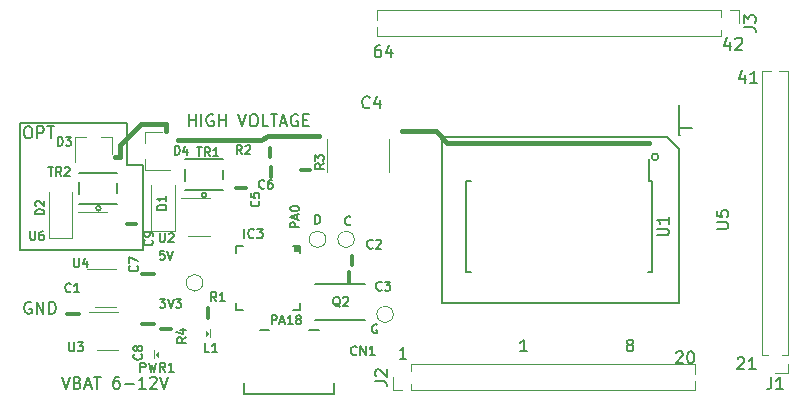
<source format=gbr>
G04 #@! TF.GenerationSoftware,KiCad,Pcbnew,9.0.1*
G04 #@! TF.CreationDate,2025-08-14T12:18:44-07:00*
G04 #@! TF.ProjectId,EL_PSU,454c5f50-5355-42e6-9b69-6361645f7063,rev?*
G04 #@! TF.SameCoordinates,Original*
G04 #@! TF.FileFunction,Legend,Top*
G04 #@! TF.FilePolarity,Positive*
%FSLAX46Y46*%
G04 Gerber Fmt 4.6, Leading zero omitted, Abs format (unit mm)*
G04 Created by KiCad (PCBNEW 9.0.1) date 2025-08-14 12:18:44*
%MOMM*%
%LPD*%
G01*
G04 APERTURE LIST*
%ADD10C,0.200000*%
%ADD11C,0.400000*%
%ADD12C,0.150000*%
%ADD13C,0.138988*%
%ADD14C,0.304800*%
%ADD15C,0.127000*%
%ADD16C,0.203200*%
%ADD17C,0.000000*%
%ADD18C,0.120000*%
G04 APERTURE END LIST*
D10*
X175416981Y-86487000D02*
G75*
G02*
X174849019Y-86487000I-283981J0D01*
G01*
X174849019Y-86487000D02*
G75*
G02*
X175416981Y-86487000I283981J0D01*
G01*
X130400000Y-83600000D02*
X130400000Y-87200000D01*
D11*
X131572000Y-83693000D02*
X129794000Y-85471000D01*
D10*
X121400000Y-83600000D02*
X130400000Y-83600000D01*
X131800000Y-94400000D02*
X121400000Y-94400000D01*
D11*
X129794000Y-86487000D02*
X129413000Y-86487000D01*
X133731000Y-84328000D02*
X133731000Y-83693000D01*
D10*
X130400000Y-87200000D02*
X131800000Y-87200000D01*
D11*
X129794000Y-85471000D02*
X129794000Y-86487000D01*
X133731000Y-83693000D02*
X131572000Y-83693000D01*
D10*
X131800000Y-87200000D02*
X131800000Y-94400000D01*
D11*
X157513000Y-85329000D02*
X156591000Y-84328000D01*
D10*
X121400000Y-94400000D02*
X121400000Y-83600000D01*
D11*
X141732000Y-85090000D02*
X134747000Y-85090000D01*
X146685000Y-84709000D02*
X142367000Y-84709000D01*
X142367000Y-84709000D02*
X141732000Y-85090000D01*
X174625000Y-85344000D02*
X157607000Y-85344000D01*
X156591000Y-84328000D02*
X153670000Y-84328000D01*
D12*
X182118095Y-103563057D02*
X182165714Y-103515438D01*
X182165714Y-103515438D02*
X182260952Y-103467819D01*
X182260952Y-103467819D02*
X182499047Y-103467819D01*
X182499047Y-103467819D02*
X182594285Y-103515438D01*
X182594285Y-103515438D02*
X182641904Y-103563057D01*
X182641904Y-103563057D02*
X182689523Y-103658295D01*
X182689523Y-103658295D02*
X182689523Y-103753533D01*
X182689523Y-103753533D02*
X182641904Y-103896390D01*
X182641904Y-103896390D02*
X182070476Y-104467819D01*
X182070476Y-104467819D02*
X182689523Y-104467819D01*
X183641904Y-104467819D02*
X183070476Y-104467819D01*
X183356190Y-104467819D02*
X183356190Y-103467819D01*
X183356190Y-103467819D02*
X183260952Y-103610676D01*
X183260952Y-103610676D02*
X183165714Y-103705914D01*
X183165714Y-103705914D02*
X183070476Y-103753533D01*
X182721285Y-79544152D02*
X182721285Y-80210819D01*
X182483190Y-79163200D02*
X182245095Y-79877485D01*
X182245095Y-79877485D02*
X182864142Y-79877485D01*
X183768904Y-80210819D02*
X183197476Y-80210819D01*
X183483190Y-80210819D02*
X183483190Y-79210819D01*
X183483190Y-79210819D02*
X183387952Y-79353676D01*
X183387952Y-79353676D02*
X183292714Y-79448914D01*
X183292714Y-79448914D02*
X183197476Y-79496533D01*
X151860285Y-77051819D02*
X151669809Y-77051819D01*
X151669809Y-77051819D02*
X151574571Y-77099438D01*
X151574571Y-77099438D02*
X151526952Y-77147057D01*
X151526952Y-77147057D02*
X151431714Y-77289914D01*
X151431714Y-77289914D02*
X151384095Y-77480390D01*
X151384095Y-77480390D02*
X151384095Y-77861342D01*
X151384095Y-77861342D02*
X151431714Y-77956580D01*
X151431714Y-77956580D02*
X151479333Y-78004200D01*
X151479333Y-78004200D02*
X151574571Y-78051819D01*
X151574571Y-78051819D02*
X151765047Y-78051819D01*
X151765047Y-78051819D02*
X151860285Y-78004200D01*
X151860285Y-78004200D02*
X151907904Y-77956580D01*
X151907904Y-77956580D02*
X151955523Y-77861342D01*
X151955523Y-77861342D02*
X151955523Y-77623247D01*
X151955523Y-77623247D02*
X151907904Y-77528009D01*
X151907904Y-77528009D02*
X151860285Y-77480390D01*
X151860285Y-77480390D02*
X151765047Y-77432771D01*
X151765047Y-77432771D02*
X151574571Y-77432771D01*
X151574571Y-77432771D02*
X151479333Y-77480390D01*
X151479333Y-77480390D02*
X151431714Y-77528009D01*
X151431714Y-77528009D02*
X151384095Y-77623247D01*
X152812666Y-77385152D02*
X152812666Y-78051819D01*
X152574571Y-77004200D02*
X152336476Y-77718485D01*
X152336476Y-77718485D02*
X152955523Y-77718485D01*
X146361571Y-92160164D02*
X146361571Y-91410164D01*
X146361571Y-91410164D02*
X146540142Y-91410164D01*
X146540142Y-91410164D02*
X146647285Y-91445878D01*
X146647285Y-91445878D02*
X146718714Y-91517307D01*
X146718714Y-91517307D02*
X146754428Y-91588735D01*
X146754428Y-91588735D02*
X146790142Y-91731592D01*
X146790142Y-91731592D02*
X146790142Y-91838735D01*
X146790142Y-91838735D02*
X146754428Y-91981592D01*
X146754428Y-91981592D02*
X146718714Y-92053021D01*
X146718714Y-92053021D02*
X146647285Y-92124450D01*
X146647285Y-92124450D02*
X146540142Y-92160164D01*
X146540142Y-92160164D02*
X146361571Y-92160164D01*
X151580428Y-100716878D02*
X151509000Y-100681164D01*
X151509000Y-100681164D02*
X151401857Y-100681164D01*
X151401857Y-100681164D02*
X151294714Y-100716878D01*
X151294714Y-100716878D02*
X151223285Y-100788307D01*
X151223285Y-100788307D02*
X151187571Y-100859735D01*
X151187571Y-100859735D02*
X151151857Y-101002592D01*
X151151857Y-101002592D02*
X151151857Y-101109735D01*
X151151857Y-101109735D02*
X151187571Y-101252592D01*
X151187571Y-101252592D02*
X151223285Y-101324021D01*
X151223285Y-101324021D02*
X151294714Y-101395450D01*
X151294714Y-101395450D02*
X151401857Y-101431164D01*
X151401857Y-101431164D02*
X151473285Y-101431164D01*
X151473285Y-101431164D02*
X151580428Y-101395450D01*
X151580428Y-101395450D02*
X151616142Y-101359735D01*
X151616142Y-101359735D02*
X151616142Y-101109735D01*
X151616142Y-101109735D02*
X151473285Y-101109735D01*
X144992164Y-92441999D02*
X144242164Y-92441999D01*
X144242164Y-92441999D02*
X144242164Y-92156285D01*
X144242164Y-92156285D02*
X144277878Y-92084856D01*
X144277878Y-92084856D02*
X144313592Y-92049142D01*
X144313592Y-92049142D02*
X144385021Y-92013428D01*
X144385021Y-92013428D02*
X144492164Y-92013428D01*
X144492164Y-92013428D02*
X144563592Y-92049142D01*
X144563592Y-92049142D02*
X144599307Y-92084856D01*
X144599307Y-92084856D02*
X144635021Y-92156285D01*
X144635021Y-92156285D02*
X144635021Y-92441999D01*
X144777878Y-91727713D02*
X144777878Y-91370571D01*
X144992164Y-91799142D02*
X144242164Y-91549142D01*
X144242164Y-91549142D02*
X144992164Y-91299142D01*
X144242164Y-90906285D02*
X144242164Y-90834856D01*
X144242164Y-90834856D02*
X144277878Y-90763428D01*
X144277878Y-90763428D02*
X144313592Y-90727714D01*
X144313592Y-90727714D02*
X144385021Y-90691999D01*
X144385021Y-90691999D02*
X144527878Y-90656285D01*
X144527878Y-90656285D02*
X144706450Y-90656285D01*
X144706450Y-90656285D02*
X144849307Y-90691999D01*
X144849307Y-90691999D02*
X144920735Y-90727714D01*
X144920735Y-90727714D02*
X144956450Y-90763428D01*
X144956450Y-90763428D02*
X144992164Y-90834856D01*
X144992164Y-90834856D02*
X144992164Y-90906285D01*
X144992164Y-90906285D02*
X144956450Y-90977714D01*
X144956450Y-90977714D02*
X144920735Y-91013428D01*
X144920735Y-91013428D02*
X144849307Y-91049142D01*
X144849307Y-91049142D02*
X144706450Y-91084856D01*
X144706450Y-91084856D02*
X144527878Y-91084856D01*
X144527878Y-91084856D02*
X144385021Y-91049142D01*
X144385021Y-91049142D02*
X144313592Y-91013428D01*
X144313592Y-91013428D02*
X144277878Y-90977714D01*
X144277878Y-90977714D02*
X144242164Y-90906285D01*
X135668381Y-83893819D02*
X135668381Y-82893819D01*
X135668381Y-83370009D02*
X136239809Y-83370009D01*
X136239809Y-83893819D02*
X136239809Y-82893819D01*
X136716000Y-83893819D02*
X136716000Y-82893819D01*
X137715999Y-82941438D02*
X137620761Y-82893819D01*
X137620761Y-82893819D02*
X137477904Y-82893819D01*
X137477904Y-82893819D02*
X137335047Y-82941438D01*
X137335047Y-82941438D02*
X137239809Y-83036676D01*
X137239809Y-83036676D02*
X137192190Y-83131914D01*
X137192190Y-83131914D02*
X137144571Y-83322390D01*
X137144571Y-83322390D02*
X137144571Y-83465247D01*
X137144571Y-83465247D02*
X137192190Y-83655723D01*
X137192190Y-83655723D02*
X137239809Y-83750961D01*
X137239809Y-83750961D02*
X137335047Y-83846200D01*
X137335047Y-83846200D02*
X137477904Y-83893819D01*
X137477904Y-83893819D02*
X137573142Y-83893819D01*
X137573142Y-83893819D02*
X137715999Y-83846200D01*
X137715999Y-83846200D02*
X137763618Y-83798580D01*
X137763618Y-83798580D02*
X137763618Y-83465247D01*
X137763618Y-83465247D02*
X137573142Y-83465247D01*
X138192190Y-83893819D02*
X138192190Y-82893819D01*
X138192190Y-83370009D02*
X138763618Y-83370009D01*
X138763618Y-83893819D02*
X138763618Y-82893819D01*
X139858857Y-82893819D02*
X140192190Y-83893819D01*
X140192190Y-83893819D02*
X140525523Y-82893819D01*
X141049333Y-82893819D02*
X141239809Y-82893819D01*
X141239809Y-82893819D02*
X141335047Y-82941438D01*
X141335047Y-82941438D02*
X141430285Y-83036676D01*
X141430285Y-83036676D02*
X141477904Y-83227152D01*
X141477904Y-83227152D02*
X141477904Y-83560485D01*
X141477904Y-83560485D02*
X141430285Y-83750961D01*
X141430285Y-83750961D02*
X141335047Y-83846200D01*
X141335047Y-83846200D02*
X141239809Y-83893819D01*
X141239809Y-83893819D02*
X141049333Y-83893819D01*
X141049333Y-83893819D02*
X140954095Y-83846200D01*
X140954095Y-83846200D02*
X140858857Y-83750961D01*
X140858857Y-83750961D02*
X140811238Y-83560485D01*
X140811238Y-83560485D02*
X140811238Y-83227152D01*
X140811238Y-83227152D02*
X140858857Y-83036676D01*
X140858857Y-83036676D02*
X140954095Y-82941438D01*
X140954095Y-82941438D02*
X141049333Y-82893819D01*
X142382666Y-83893819D02*
X141906476Y-83893819D01*
X141906476Y-83893819D02*
X141906476Y-82893819D01*
X142573143Y-82893819D02*
X143144571Y-82893819D01*
X142858857Y-83893819D02*
X142858857Y-82893819D01*
X143430286Y-83608104D02*
X143906476Y-83608104D01*
X143335048Y-83893819D02*
X143668381Y-82893819D01*
X143668381Y-82893819D02*
X144001714Y-83893819D01*
X144858857Y-82941438D02*
X144763619Y-82893819D01*
X144763619Y-82893819D02*
X144620762Y-82893819D01*
X144620762Y-82893819D02*
X144477905Y-82941438D01*
X144477905Y-82941438D02*
X144382667Y-83036676D01*
X144382667Y-83036676D02*
X144335048Y-83131914D01*
X144335048Y-83131914D02*
X144287429Y-83322390D01*
X144287429Y-83322390D02*
X144287429Y-83465247D01*
X144287429Y-83465247D02*
X144335048Y-83655723D01*
X144335048Y-83655723D02*
X144382667Y-83750961D01*
X144382667Y-83750961D02*
X144477905Y-83846200D01*
X144477905Y-83846200D02*
X144620762Y-83893819D01*
X144620762Y-83893819D02*
X144716000Y-83893819D01*
X144716000Y-83893819D02*
X144858857Y-83846200D01*
X144858857Y-83846200D02*
X144906476Y-83798580D01*
X144906476Y-83798580D02*
X144906476Y-83465247D01*
X144906476Y-83465247D02*
X144716000Y-83465247D01*
X145335048Y-83370009D02*
X145668381Y-83370009D01*
X145811238Y-83893819D02*
X145335048Y-83893819D01*
X145335048Y-83893819D02*
X145335048Y-82893819D01*
X145335048Y-82893819D02*
X145811238Y-82893819D01*
X154082714Y-103578819D02*
X153511286Y-103578819D01*
X153797000Y-103578819D02*
X153797000Y-102578819D01*
X153797000Y-102578819D02*
X153701762Y-102721676D01*
X153701762Y-102721676D02*
X153606524Y-102816914D01*
X153606524Y-102816914D02*
X153511286Y-102864533D01*
X133183428Y-98522164D02*
X133647714Y-98522164D01*
X133647714Y-98522164D02*
X133397714Y-98807878D01*
X133397714Y-98807878D02*
X133504857Y-98807878D01*
X133504857Y-98807878D02*
X133576286Y-98843592D01*
X133576286Y-98843592D02*
X133612000Y-98879307D01*
X133612000Y-98879307D02*
X133647714Y-98950735D01*
X133647714Y-98950735D02*
X133647714Y-99129307D01*
X133647714Y-99129307D02*
X133612000Y-99200735D01*
X133612000Y-99200735D02*
X133576286Y-99236450D01*
X133576286Y-99236450D02*
X133504857Y-99272164D01*
X133504857Y-99272164D02*
X133290571Y-99272164D01*
X133290571Y-99272164D02*
X133219143Y-99236450D01*
X133219143Y-99236450D02*
X133183428Y-99200735D01*
X133862000Y-98522164D02*
X134112000Y-99272164D01*
X134112000Y-99272164D02*
X134362000Y-98522164D01*
X134540571Y-98522164D02*
X135004857Y-98522164D01*
X135004857Y-98522164D02*
X134754857Y-98807878D01*
X134754857Y-98807878D02*
X134862000Y-98807878D01*
X134862000Y-98807878D02*
X134933429Y-98843592D01*
X134933429Y-98843592D02*
X134969143Y-98879307D01*
X134969143Y-98879307D02*
X135004857Y-98950735D01*
X135004857Y-98950735D02*
X135004857Y-99129307D01*
X135004857Y-99129307D02*
X134969143Y-99200735D01*
X134969143Y-99200735D02*
X134933429Y-99236450D01*
X134933429Y-99236450D02*
X134862000Y-99272164D01*
X134862000Y-99272164D02*
X134647714Y-99272164D01*
X134647714Y-99272164D02*
X134576286Y-99236450D01*
X134576286Y-99236450D02*
X134540571Y-99200735D01*
X149330142Y-92215735D02*
X149294428Y-92251450D01*
X149294428Y-92251450D02*
X149187285Y-92287164D01*
X149187285Y-92287164D02*
X149115857Y-92287164D01*
X149115857Y-92287164D02*
X149008714Y-92251450D01*
X149008714Y-92251450D02*
X148937285Y-92180021D01*
X148937285Y-92180021D02*
X148901571Y-92108592D01*
X148901571Y-92108592D02*
X148865857Y-91965735D01*
X148865857Y-91965735D02*
X148865857Y-91858592D01*
X148865857Y-91858592D02*
X148901571Y-91715735D01*
X148901571Y-91715735D02*
X148937285Y-91644307D01*
X148937285Y-91644307D02*
X149008714Y-91572878D01*
X149008714Y-91572878D02*
X149115857Y-91537164D01*
X149115857Y-91537164D02*
X149187285Y-91537164D01*
X149187285Y-91537164D02*
X149294428Y-91572878D01*
X149294428Y-91572878D02*
X149330142Y-91608592D01*
X142658857Y-100669164D02*
X142658857Y-99919164D01*
X142658857Y-99919164D02*
X142944571Y-99919164D01*
X142944571Y-99919164D02*
X143016000Y-99954878D01*
X143016000Y-99954878D02*
X143051714Y-99990592D01*
X143051714Y-99990592D02*
X143087428Y-100062021D01*
X143087428Y-100062021D02*
X143087428Y-100169164D01*
X143087428Y-100169164D02*
X143051714Y-100240592D01*
X143051714Y-100240592D02*
X143016000Y-100276307D01*
X143016000Y-100276307D02*
X142944571Y-100312021D01*
X142944571Y-100312021D02*
X142658857Y-100312021D01*
X143373143Y-100454878D02*
X143730286Y-100454878D01*
X143301714Y-100669164D02*
X143551714Y-99919164D01*
X143551714Y-99919164D02*
X143801714Y-100669164D01*
X144444571Y-100669164D02*
X144016000Y-100669164D01*
X144230285Y-100669164D02*
X144230285Y-99919164D01*
X144230285Y-99919164D02*
X144158857Y-100026307D01*
X144158857Y-100026307D02*
X144087428Y-100097735D01*
X144087428Y-100097735D02*
X144016000Y-100133450D01*
X144873143Y-100240592D02*
X144801714Y-100204878D01*
X144801714Y-100204878D02*
X144766000Y-100169164D01*
X144766000Y-100169164D02*
X144730286Y-100097735D01*
X144730286Y-100097735D02*
X144730286Y-100062021D01*
X144730286Y-100062021D02*
X144766000Y-99990592D01*
X144766000Y-99990592D02*
X144801714Y-99954878D01*
X144801714Y-99954878D02*
X144873143Y-99919164D01*
X144873143Y-99919164D02*
X145016000Y-99919164D01*
X145016000Y-99919164D02*
X145087429Y-99954878D01*
X145087429Y-99954878D02*
X145123143Y-99990592D01*
X145123143Y-99990592D02*
X145158857Y-100062021D01*
X145158857Y-100062021D02*
X145158857Y-100097735D01*
X145158857Y-100097735D02*
X145123143Y-100169164D01*
X145123143Y-100169164D02*
X145087429Y-100204878D01*
X145087429Y-100204878D02*
X145016000Y-100240592D01*
X145016000Y-100240592D02*
X144873143Y-100240592D01*
X144873143Y-100240592D02*
X144801714Y-100276307D01*
X144801714Y-100276307D02*
X144766000Y-100312021D01*
X144766000Y-100312021D02*
X144730286Y-100383450D01*
X144730286Y-100383450D02*
X144730286Y-100526307D01*
X144730286Y-100526307D02*
X144766000Y-100597735D01*
X144766000Y-100597735D02*
X144801714Y-100633450D01*
X144801714Y-100633450D02*
X144873143Y-100669164D01*
X144873143Y-100669164D02*
X145016000Y-100669164D01*
X145016000Y-100669164D02*
X145087429Y-100633450D01*
X145087429Y-100633450D02*
X145123143Y-100597735D01*
X145123143Y-100597735D02*
X145158857Y-100526307D01*
X145158857Y-100526307D02*
X145158857Y-100383450D01*
X145158857Y-100383450D02*
X145123143Y-100312021D01*
X145123143Y-100312021D02*
X145087429Y-100276307D01*
X145087429Y-100276307D02*
X145016000Y-100240592D01*
X124913000Y-105118819D02*
X125246333Y-106118819D01*
X125246333Y-106118819D02*
X125579666Y-105118819D01*
X126246333Y-105595009D02*
X126389190Y-105642628D01*
X126389190Y-105642628D02*
X126436809Y-105690247D01*
X126436809Y-105690247D02*
X126484428Y-105785485D01*
X126484428Y-105785485D02*
X126484428Y-105928342D01*
X126484428Y-105928342D02*
X126436809Y-106023580D01*
X126436809Y-106023580D02*
X126389190Y-106071200D01*
X126389190Y-106071200D02*
X126293952Y-106118819D01*
X126293952Y-106118819D02*
X125913000Y-106118819D01*
X125913000Y-106118819D02*
X125913000Y-105118819D01*
X125913000Y-105118819D02*
X126246333Y-105118819D01*
X126246333Y-105118819D02*
X126341571Y-105166438D01*
X126341571Y-105166438D02*
X126389190Y-105214057D01*
X126389190Y-105214057D02*
X126436809Y-105309295D01*
X126436809Y-105309295D02*
X126436809Y-105404533D01*
X126436809Y-105404533D02*
X126389190Y-105499771D01*
X126389190Y-105499771D02*
X126341571Y-105547390D01*
X126341571Y-105547390D02*
X126246333Y-105595009D01*
X126246333Y-105595009D02*
X125913000Y-105595009D01*
X126865381Y-105833104D02*
X127341571Y-105833104D01*
X126770143Y-106118819D02*
X127103476Y-105118819D01*
X127103476Y-105118819D02*
X127436809Y-106118819D01*
X127627286Y-105118819D02*
X128198714Y-105118819D01*
X127913000Y-106118819D02*
X127913000Y-105118819D01*
X129722524Y-105118819D02*
X129532048Y-105118819D01*
X129532048Y-105118819D02*
X129436810Y-105166438D01*
X129436810Y-105166438D02*
X129389191Y-105214057D01*
X129389191Y-105214057D02*
X129293953Y-105356914D01*
X129293953Y-105356914D02*
X129246334Y-105547390D01*
X129246334Y-105547390D02*
X129246334Y-105928342D01*
X129246334Y-105928342D02*
X129293953Y-106023580D01*
X129293953Y-106023580D02*
X129341572Y-106071200D01*
X129341572Y-106071200D02*
X129436810Y-106118819D01*
X129436810Y-106118819D02*
X129627286Y-106118819D01*
X129627286Y-106118819D02*
X129722524Y-106071200D01*
X129722524Y-106071200D02*
X129770143Y-106023580D01*
X129770143Y-106023580D02*
X129817762Y-105928342D01*
X129817762Y-105928342D02*
X129817762Y-105690247D01*
X129817762Y-105690247D02*
X129770143Y-105595009D01*
X129770143Y-105595009D02*
X129722524Y-105547390D01*
X129722524Y-105547390D02*
X129627286Y-105499771D01*
X129627286Y-105499771D02*
X129436810Y-105499771D01*
X129436810Y-105499771D02*
X129341572Y-105547390D01*
X129341572Y-105547390D02*
X129293953Y-105595009D01*
X129293953Y-105595009D02*
X129246334Y-105690247D01*
X130246334Y-105737866D02*
X131008239Y-105737866D01*
X132008238Y-106118819D02*
X131436810Y-106118819D01*
X131722524Y-106118819D02*
X131722524Y-105118819D01*
X131722524Y-105118819D02*
X131627286Y-105261676D01*
X131627286Y-105261676D02*
X131532048Y-105356914D01*
X131532048Y-105356914D02*
X131436810Y-105404533D01*
X132389191Y-105214057D02*
X132436810Y-105166438D01*
X132436810Y-105166438D02*
X132532048Y-105118819D01*
X132532048Y-105118819D02*
X132770143Y-105118819D01*
X132770143Y-105118819D02*
X132865381Y-105166438D01*
X132865381Y-105166438D02*
X132913000Y-105214057D01*
X132913000Y-105214057D02*
X132960619Y-105309295D01*
X132960619Y-105309295D02*
X132960619Y-105404533D01*
X132960619Y-105404533D02*
X132913000Y-105547390D01*
X132913000Y-105547390D02*
X132341572Y-106118819D01*
X132341572Y-106118819D02*
X132960619Y-106118819D01*
X133246334Y-105118819D02*
X133579667Y-106118819D01*
X133579667Y-106118819D02*
X133913000Y-105118819D01*
X164285714Y-102954819D02*
X163714286Y-102954819D01*
X164000000Y-102954819D02*
X164000000Y-101954819D01*
X164000000Y-101954819D02*
X163904762Y-102097676D01*
X163904762Y-102097676D02*
X163809524Y-102192914D01*
X163809524Y-102192914D02*
X163714286Y-102240533D01*
X122301095Y-98816438D02*
X122205857Y-98768819D01*
X122205857Y-98768819D02*
X122063000Y-98768819D01*
X122063000Y-98768819D02*
X121920143Y-98816438D01*
X121920143Y-98816438D02*
X121824905Y-98911676D01*
X121824905Y-98911676D02*
X121777286Y-99006914D01*
X121777286Y-99006914D02*
X121729667Y-99197390D01*
X121729667Y-99197390D02*
X121729667Y-99340247D01*
X121729667Y-99340247D02*
X121777286Y-99530723D01*
X121777286Y-99530723D02*
X121824905Y-99625961D01*
X121824905Y-99625961D02*
X121920143Y-99721200D01*
X121920143Y-99721200D02*
X122063000Y-99768819D01*
X122063000Y-99768819D02*
X122158238Y-99768819D01*
X122158238Y-99768819D02*
X122301095Y-99721200D01*
X122301095Y-99721200D02*
X122348714Y-99673580D01*
X122348714Y-99673580D02*
X122348714Y-99340247D01*
X122348714Y-99340247D02*
X122158238Y-99340247D01*
X122777286Y-99768819D02*
X122777286Y-98768819D01*
X122777286Y-98768819D02*
X123348714Y-99768819D01*
X123348714Y-99768819D02*
X123348714Y-98768819D01*
X123824905Y-99768819D02*
X123824905Y-98768819D01*
X123824905Y-98768819D02*
X124063000Y-98768819D01*
X124063000Y-98768819D02*
X124205857Y-98816438D01*
X124205857Y-98816438D02*
X124301095Y-98911676D01*
X124301095Y-98911676D02*
X124348714Y-99006914D01*
X124348714Y-99006914D02*
X124396333Y-99197390D01*
X124396333Y-99197390D02*
X124396333Y-99340247D01*
X124396333Y-99340247D02*
X124348714Y-99530723D01*
X124348714Y-99530723D02*
X124301095Y-99625961D01*
X124301095Y-99625961D02*
X124205857Y-99721200D01*
X124205857Y-99721200D02*
X124063000Y-99768819D01*
X124063000Y-99768819D02*
X123824905Y-99768819D01*
X181451285Y-76750152D02*
X181451285Y-77416819D01*
X181213190Y-76369200D02*
X180975095Y-77083485D01*
X180975095Y-77083485D02*
X181594142Y-77083485D01*
X181927476Y-76512057D02*
X181975095Y-76464438D01*
X181975095Y-76464438D02*
X182070333Y-76416819D01*
X182070333Y-76416819D02*
X182308428Y-76416819D01*
X182308428Y-76416819D02*
X182403666Y-76464438D01*
X182403666Y-76464438D02*
X182451285Y-76512057D01*
X182451285Y-76512057D02*
X182498904Y-76607295D01*
X182498904Y-76607295D02*
X182498904Y-76702533D01*
X182498904Y-76702533D02*
X182451285Y-76845390D01*
X182451285Y-76845390D02*
X181879857Y-77416819D01*
X181879857Y-77416819D02*
X182498904Y-77416819D01*
X133588143Y-94458164D02*
X133231000Y-94458164D01*
X133231000Y-94458164D02*
X133195286Y-94815307D01*
X133195286Y-94815307D02*
X133231000Y-94779592D01*
X133231000Y-94779592D02*
X133302429Y-94743878D01*
X133302429Y-94743878D02*
X133481000Y-94743878D01*
X133481000Y-94743878D02*
X133552429Y-94779592D01*
X133552429Y-94779592D02*
X133588143Y-94815307D01*
X133588143Y-94815307D02*
X133623857Y-94886735D01*
X133623857Y-94886735D02*
X133623857Y-95065307D01*
X133623857Y-95065307D02*
X133588143Y-95136735D01*
X133588143Y-95136735D02*
X133552429Y-95172450D01*
X133552429Y-95172450D02*
X133481000Y-95208164D01*
X133481000Y-95208164D02*
X133302429Y-95208164D01*
X133302429Y-95208164D02*
X133231000Y-95172450D01*
X133231000Y-95172450D02*
X133195286Y-95136735D01*
X133838143Y-94458164D02*
X134088143Y-95208164D01*
X134088143Y-95208164D02*
X134338143Y-94458164D01*
X176911095Y-103055057D02*
X176958714Y-103007438D01*
X176958714Y-103007438D02*
X177053952Y-102959819D01*
X177053952Y-102959819D02*
X177292047Y-102959819D01*
X177292047Y-102959819D02*
X177387285Y-103007438D01*
X177387285Y-103007438D02*
X177434904Y-103055057D01*
X177434904Y-103055057D02*
X177482523Y-103150295D01*
X177482523Y-103150295D02*
X177482523Y-103245533D01*
X177482523Y-103245533D02*
X177434904Y-103388390D01*
X177434904Y-103388390D02*
X176863476Y-103959819D01*
X176863476Y-103959819D02*
X177482523Y-103959819D01*
X178101571Y-102959819D02*
X178196809Y-102959819D01*
X178196809Y-102959819D02*
X178292047Y-103007438D01*
X178292047Y-103007438D02*
X178339666Y-103055057D01*
X178339666Y-103055057D02*
X178387285Y-103150295D01*
X178387285Y-103150295D02*
X178434904Y-103340771D01*
X178434904Y-103340771D02*
X178434904Y-103578866D01*
X178434904Y-103578866D02*
X178387285Y-103769342D01*
X178387285Y-103769342D02*
X178339666Y-103864580D01*
X178339666Y-103864580D02*
X178292047Y-103912200D01*
X178292047Y-103912200D02*
X178196809Y-103959819D01*
X178196809Y-103959819D02*
X178101571Y-103959819D01*
X178101571Y-103959819D02*
X178006333Y-103912200D01*
X178006333Y-103912200D02*
X177958714Y-103864580D01*
X177958714Y-103864580D02*
X177911095Y-103769342D01*
X177911095Y-103769342D02*
X177863476Y-103578866D01*
X177863476Y-103578866D02*
X177863476Y-103340771D01*
X177863476Y-103340771D02*
X177911095Y-103150295D01*
X177911095Y-103150295D02*
X177958714Y-103055057D01*
X177958714Y-103055057D02*
X178006333Y-103007438D01*
X178006333Y-103007438D02*
X178101571Y-102959819D01*
X121959809Y-83909819D02*
X122150285Y-83909819D01*
X122150285Y-83909819D02*
X122245523Y-83957438D01*
X122245523Y-83957438D02*
X122340761Y-84052676D01*
X122340761Y-84052676D02*
X122388380Y-84243152D01*
X122388380Y-84243152D02*
X122388380Y-84576485D01*
X122388380Y-84576485D02*
X122340761Y-84766961D01*
X122340761Y-84766961D02*
X122245523Y-84862200D01*
X122245523Y-84862200D02*
X122150285Y-84909819D01*
X122150285Y-84909819D02*
X121959809Y-84909819D01*
X121959809Y-84909819D02*
X121864571Y-84862200D01*
X121864571Y-84862200D02*
X121769333Y-84766961D01*
X121769333Y-84766961D02*
X121721714Y-84576485D01*
X121721714Y-84576485D02*
X121721714Y-84243152D01*
X121721714Y-84243152D02*
X121769333Y-84052676D01*
X121769333Y-84052676D02*
X121864571Y-83957438D01*
X121864571Y-83957438D02*
X121959809Y-83909819D01*
X122816952Y-84909819D02*
X122816952Y-83909819D01*
X122816952Y-83909819D02*
X123197904Y-83909819D01*
X123197904Y-83909819D02*
X123293142Y-83957438D01*
X123293142Y-83957438D02*
X123340761Y-84005057D01*
X123340761Y-84005057D02*
X123388380Y-84100295D01*
X123388380Y-84100295D02*
X123388380Y-84243152D01*
X123388380Y-84243152D02*
X123340761Y-84338390D01*
X123340761Y-84338390D02*
X123293142Y-84386009D01*
X123293142Y-84386009D02*
X123197904Y-84433628D01*
X123197904Y-84433628D02*
X122816952Y-84433628D01*
X123674095Y-83909819D02*
X124245523Y-83909819D01*
X123959809Y-84909819D02*
X123959809Y-83909819D01*
X172904762Y-102383390D02*
X172809524Y-102335771D01*
X172809524Y-102335771D02*
X172761905Y-102288152D01*
X172761905Y-102288152D02*
X172714286Y-102192914D01*
X172714286Y-102192914D02*
X172714286Y-102145295D01*
X172714286Y-102145295D02*
X172761905Y-102050057D01*
X172761905Y-102050057D02*
X172809524Y-102002438D01*
X172809524Y-102002438D02*
X172904762Y-101954819D01*
X172904762Y-101954819D02*
X173095238Y-101954819D01*
X173095238Y-101954819D02*
X173190476Y-102002438D01*
X173190476Y-102002438D02*
X173238095Y-102050057D01*
X173238095Y-102050057D02*
X173285714Y-102145295D01*
X173285714Y-102145295D02*
X173285714Y-102192914D01*
X173285714Y-102192914D02*
X173238095Y-102288152D01*
X173238095Y-102288152D02*
X173190476Y-102335771D01*
X173190476Y-102335771D02*
X173095238Y-102383390D01*
X173095238Y-102383390D02*
X172904762Y-102383390D01*
X172904762Y-102383390D02*
X172809524Y-102431009D01*
X172809524Y-102431009D02*
X172761905Y-102478628D01*
X172761905Y-102478628D02*
X172714286Y-102573866D01*
X172714286Y-102573866D02*
X172714286Y-102764342D01*
X172714286Y-102764342D02*
X172761905Y-102859580D01*
X172761905Y-102859580D02*
X172809524Y-102907200D01*
X172809524Y-102907200D02*
X172904762Y-102954819D01*
X172904762Y-102954819D02*
X173095238Y-102954819D01*
X173095238Y-102954819D02*
X173190476Y-102907200D01*
X173190476Y-102907200D02*
X173238095Y-102859580D01*
X173238095Y-102859580D02*
X173285714Y-102764342D01*
X173285714Y-102764342D02*
X173285714Y-102573866D01*
X173285714Y-102573866D02*
X173238095Y-102478628D01*
X173238095Y-102478628D02*
X173190476Y-102431009D01*
X173190476Y-102431009D02*
X173095238Y-102383390D01*
X131643485Y-103190827D02*
X131679200Y-103226541D01*
X131679200Y-103226541D02*
X131714914Y-103333684D01*
X131714914Y-103333684D02*
X131714914Y-103405112D01*
X131714914Y-103405112D02*
X131679200Y-103512255D01*
X131679200Y-103512255D02*
X131607771Y-103583684D01*
X131607771Y-103583684D02*
X131536342Y-103619398D01*
X131536342Y-103619398D02*
X131393485Y-103655112D01*
X131393485Y-103655112D02*
X131286342Y-103655112D01*
X131286342Y-103655112D02*
X131143485Y-103619398D01*
X131143485Y-103619398D02*
X131072057Y-103583684D01*
X131072057Y-103583684D02*
X131000628Y-103512255D01*
X131000628Y-103512255D02*
X130964914Y-103405112D01*
X130964914Y-103405112D02*
X130964914Y-103333684D01*
X130964914Y-103333684D02*
X131000628Y-103226541D01*
X131000628Y-103226541D02*
X131036342Y-103190827D01*
X131286342Y-102762255D02*
X131250628Y-102833684D01*
X131250628Y-102833684D02*
X131214914Y-102869398D01*
X131214914Y-102869398D02*
X131143485Y-102905112D01*
X131143485Y-102905112D02*
X131107771Y-102905112D01*
X131107771Y-102905112D02*
X131036342Y-102869398D01*
X131036342Y-102869398D02*
X131000628Y-102833684D01*
X131000628Y-102833684D02*
X130964914Y-102762255D01*
X130964914Y-102762255D02*
X130964914Y-102619398D01*
X130964914Y-102619398D02*
X131000628Y-102547970D01*
X131000628Y-102547970D02*
X131036342Y-102512255D01*
X131036342Y-102512255D02*
X131107771Y-102476541D01*
X131107771Y-102476541D02*
X131143485Y-102476541D01*
X131143485Y-102476541D02*
X131214914Y-102512255D01*
X131214914Y-102512255D02*
X131250628Y-102547970D01*
X131250628Y-102547970D02*
X131286342Y-102619398D01*
X131286342Y-102619398D02*
X131286342Y-102762255D01*
X131286342Y-102762255D02*
X131322057Y-102833684D01*
X131322057Y-102833684D02*
X131357771Y-102869398D01*
X131357771Y-102869398D02*
X131429200Y-102905112D01*
X131429200Y-102905112D02*
X131572057Y-102905112D01*
X131572057Y-102905112D02*
X131643485Y-102869398D01*
X131643485Y-102869398D02*
X131679200Y-102833684D01*
X131679200Y-102833684D02*
X131714914Y-102762255D01*
X131714914Y-102762255D02*
X131714914Y-102619398D01*
X131714914Y-102619398D02*
X131679200Y-102547970D01*
X131679200Y-102547970D02*
X131643485Y-102512255D01*
X131643485Y-102512255D02*
X131572057Y-102476541D01*
X131572057Y-102476541D02*
X131429200Y-102476541D01*
X131429200Y-102476541D02*
X131357771Y-102512255D01*
X131357771Y-102512255D02*
X131322057Y-102547970D01*
X131322057Y-102547970D02*
X131286342Y-102619398D01*
X125663172Y-97861485D02*
X125627458Y-97897200D01*
X125627458Y-97897200D02*
X125520315Y-97932914D01*
X125520315Y-97932914D02*
X125448887Y-97932914D01*
X125448887Y-97932914D02*
X125341744Y-97897200D01*
X125341744Y-97897200D02*
X125270315Y-97825771D01*
X125270315Y-97825771D02*
X125234601Y-97754342D01*
X125234601Y-97754342D02*
X125198887Y-97611485D01*
X125198887Y-97611485D02*
X125198887Y-97504342D01*
X125198887Y-97504342D02*
X125234601Y-97361485D01*
X125234601Y-97361485D02*
X125270315Y-97290057D01*
X125270315Y-97290057D02*
X125341744Y-97218628D01*
X125341744Y-97218628D02*
X125448887Y-97182914D01*
X125448887Y-97182914D02*
X125520315Y-97182914D01*
X125520315Y-97182914D02*
X125627458Y-97218628D01*
X125627458Y-97218628D02*
X125663172Y-97254342D01*
X126377458Y-97932914D02*
X125948887Y-97932914D01*
X126163172Y-97932914D02*
X126163172Y-97182914D01*
X126163172Y-97182914D02*
X126091744Y-97290057D01*
X126091744Y-97290057D02*
X126020315Y-97361485D01*
X126020315Y-97361485D02*
X125948887Y-97397200D01*
D13*
X149855162Y-103217162D02*
X149818393Y-103253932D01*
X149818393Y-103253932D02*
X149708084Y-103290701D01*
X149708084Y-103290701D02*
X149634545Y-103290701D01*
X149634545Y-103290701D02*
X149524237Y-103253932D01*
X149524237Y-103253932D02*
X149450698Y-103180392D01*
X149450698Y-103180392D02*
X149413928Y-103106853D01*
X149413928Y-103106853D02*
X149377159Y-102959775D01*
X149377159Y-102959775D02*
X149377159Y-102849467D01*
X149377159Y-102849467D02*
X149413928Y-102702389D01*
X149413928Y-102702389D02*
X149450698Y-102628850D01*
X149450698Y-102628850D02*
X149524237Y-102555311D01*
X149524237Y-102555311D02*
X149634545Y-102518541D01*
X149634545Y-102518541D02*
X149708084Y-102518541D01*
X149708084Y-102518541D02*
X149818393Y-102555311D01*
X149818393Y-102555311D02*
X149855162Y-102592080D01*
X150186088Y-103290701D02*
X150186088Y-102518541D01*
X150186088Y-102518541D02*
X150627322Y-103290701D01*
X150627322Y-103290701D02*
X150627322Y-102518541D01*
X151399483Y-103290701D02*
X150958249Y-103290701D01*
X151178866Y-103290701D02*
X151178866Y-102518541D01*
X151178866Y-102518541D02*
X151105327Y-102628850D01*
X151105327Y-102628850D02*
X151031788Y-102702389D01*
X151031788Y-102702389D02*
X150958249Y-102739158D01*
X148453059Y-99171813D02*
X148379520Y-99135044D01*
X148379520Y-99135044D02*
X148305981Y-99061505D01*
X148305981Y-99061505D02*
X148195673Y-98951196D01*
X148195673Y-98951196D02*
X148122134Y-98914426D01*
X148122134Y-98914426D02*
X148048595Y-98914426D01*
X148085364Y-99098274D02*
X148011825Y-99061505D01*
X148011825Y-99061505D02*
X147938286Y-98987965D01*
X147938286Y-98987965D02*
X147901517Y-98840887D01*
X147901517Y-98840887D02*
X147901517Y-98583501D01*
X147901517Y-98583501D02*
X147938286Y-98436423D01*
X147938286Y-98436423D02*
X148011825Y-98362884D01*
X148011825Y-98362884D02*
X148085364Y-98326114D01*
X148085364Y-98326114D02*
X148232442Y-98326114D01*
X148232442Y-98326114D02*
X148305981Y-98362884D01*
X148305981Y-98362884D02*
X148379520Y-98436423D01*
X148379520Y-98436423D02*
X148416290Y-98583501D01*
X148416290Y-98583501D02*
X148416290Y-98840887D01*
X148416290Y-98840887D02*
X148379520Y-98987965D01*
X148379520Y-98987965D02*
X148305981Y-99061505D01*
X148305981Y-99061505D02*
X148232442Y-99098274D01*
X148232442Y-99098274D02*
X148085364Y-99098274D01*
X148710447Y-98399653D02*
X148747216Y-98362884D01*
X148747216Y-98362884D02*
X148820755Y-98326114D01*
X148820755Y-98326114D02*
X149004603Y-98326114D01*
X149004603Y-98326114D02*
X149078142Y-98362884D01*
X149078142Y-98362884D02*
X149114911Y-98399653D01*
X149114911Y-98399653D02*
X149151681Y-98473192D01*
X149151681Y-98473192D02*
X149151681Y-98546731D01*
X149151681Y-98546731D02*
X149114911Y-98657040D01*
X149114911Y-98657040D02*
X148673677Y-99098274D01*
X148673677Y-99098274D02*
X149151681Y-99098274D01*
X140356286Y-93370274D02*
X140356286Y-92598114D01*
X141165215Y-93296735D02*
X141128446Y-93333505D01*
X141128446Y-93333505D02*
X141018137Y-93370274D01*
X141018137Y-93370274D02*
X140944598Y-93370274D01*
X140944598Y-93370274D02*
X140834290Y-93333505D01*
X140834290Y-93333505D02*
X140760751Y-93259965D01*
X140760751Y-93259965D02*
X140723981Y-93186426D01*
X140723981Y-93186426D02*
X140687212Y-93039348D01*
X140687212Y-93039348D02*
X140687212Y-92929040D01*
X140687212Y-92929040D02*
X140723981Y-92781962D01*
X140723981Y-92781962D02*
X140760751Y-92708423D01*
X140760751Y-92708423D02*
X140834290Y-92634884D01*
X140834290Y-92634884D02*
X140944598Y-92598114D01*
X140944598Y-92598114D02*
X141018137Y-92598114D01*
X141018137Y-92598114D02*
X141128446Y-92634884D01*
X141128446Y-92634884D02*
X141165215Y-92671653D01*
X141422602Y-92598114D02*
X141900606Y-92598114D01*
X141900606Y-92598114D02*
X141643219Y-92892270D01*
X141643219Y-92892270D02*
X141753528Y-92892270D01*
X141753528Y-92892270D02*
X141827067Y-92929040D01*
X141827067Y-92929040D02*
X141863836Y-92965809D01*
X141863836Y-92965809D02*
X141900606Y-93039348D01*
X141900606Y-93039348D02*
X141900606Y-93223196D01*
X141900606Y-93223196D02*
X141863836Y-93296735D01*
X141863836Y-93296735D02*
X141827067Y-93333505D01*
X141827067Y-93333505D02*
X141753528Y-93370274D01*
X141753528Y-93370274D02*
X141532911Y-93370274D01*
X141532911Y-93370274D02*
X141459372Y-93333505D01*
X141459372Y-93333505D02*
X141422602Y-93296735D01*
X151973520Y-97741735D02*
X151936751Y-97778505D01*
X151936751Y-97778505D02*
X151826442Y-97815274D01*
X151826442Y-97815274D02*
X151752903Y-97815274D01*
X151752903Y-97815274D02*
X151642595Y-97778505D01*
X151642595Y-97778505D02*
X151569056Y-97704965D01*
X151569056Y-97704965D02*
X151532286Y-97631426D01*
X151532286Y-97631426D02*
X151495517Y-97484348D01*
X151495517Y-97484348D02*
X151495517Y-97374040D01*
X151495517Y-97374040D02*
X151532286Y-97226962D01*
X151532286Y-97226962D02*
X151569056Y-97153423D01*
X151569056Y-97153423D02*
X151642595Y-97079884D01*
X151642595Y-97079884D02*
X151752903Y-97043114D01*
X151752903Y-97043114D02*
X151826442Y-97043114D01*
X151826442Y-97043114D02*
X151936751Y-97079884D01*
X151936751Y-97079884D02*
X151973520Y-97116653D01*
X152230907Y-97043114D02*
X152708911Y-97043114D01*
X152708911Y-97043114D02*
X152451524Y-97337270D01*
X152451524Y-97337270D02*
X152561833Y-97337270D01*
X152561833Y-97337270D02*
X152635372Y-97374040D01*
X152635372Y-97374040D02*
X152672141Y-97410809D01*
X152672141Y-97410809D02*
X152708911Y-97484348D01*
X152708911Y-97484348D02*
X152708911Y-97668196D01*
X152708911Y-97668196D02*
X152672141Y-97741735D01*
X152672141Y-97741735D02*
X152635372Y-97778505D01*
X152635372Y-97778505D02*
X152561833Y-97815274D01*
X152561833Y-97815274D02*
X152341216Y-97815274D01*
X152341216Y-97815274D02*
X152267677Y-97778505D01*
X152267677Y-97778505D02*
X152230907Y-97741735D01*
X137402631Y-103036701D02*
X137034936Y-103036701D01*
X137034936Y-103036701D02*
X137034936Y-102264541D01*
X138064483Y-103036701D02*
X137623249Y-103036701D01*
X137843866Y-103036701D02*
X137843866Y-102264541D01*
X137843866Y-102264541D02*
X137770327Y-102374850D01*
X137770327Y-102374850D02*
X137696788Y-102448389D01*
X137696788Y-102448389D02*
X137623249Y-102485158D01*
D12*
X137992826Y-98706414D02*
X137742826Y-98349271D01*
X137564255Y-98706414D02*
X137564255Y-97956414D01*
X137564255Y-97956414D02*
X137849969Y-97956414D01*
X137849969Y-97956414D02*
X137921398Y-97992128D01*
X137921398Y-97992128D02*
X137957112Y-98027842D01*
X137957112Y-98027842D02*
X137992826Y-98099271D01*
X137992826Y-98099271D02*
X137992826Y-98206414D01*
X137992826Y-98206414D02*
X137957112Y-98277842D01*
X137957112Y-98277842D02*
X137921398Y-98313557D01*
X137921398Y-98313557D02*
X137849969Y-98349271D01*
X137849969Y-98349271D02*
X137564255Y-98349271D01*
X138707112Y-98706414D02*
X138278541Y-98706414D01*
X138492826Y-98706414D02*
X138492826Y-97956414D01*
X138492826Y-97956414D02*
X138421398Y-98063557D01*
X138421398Y-98063557D02*
X138349969Y-98134985D01*
X138349969Y-98134985D02*
X138278541Y-98170700D01*
D13*
X135407274Y-101772479D02*
X135039579Y-102029865D01*
X135407274Y-102213713D02*
X134635114Y-102213713D01*
X134635114Y-102213713D02*
X134635114Y-101919557D01*
X134635114Y-101919557D02*
X134671884Y-101846018D01*
X134671884Y-101846018D02*
X134708653Y-101809248D01*
X134708653Y-101809248D02*
X134782192Y-101772479D01*
X134782192Y-101772479D02*
X134892501Y-101772479D01*
X134892501Y-101772479D02*
X134966040Y-101809248D01*
X134966040Y-101809248D02*
X135002809Y-101846018D01*
X135002809Y-101846018D02*
X135039579Y-101919557D01*
X135039579Y-101919557D02*
X135039579Y-102213713D01*
X134892501Y-101110627D02*
X135407274Y-101110627D01*
X134598345Y-101294475D02*
X135149887Y-101478322D01*
X135149887Y-101478322D02*
X135149887Y-101000319D01*
D12*
X133203571Y-92956164D02*
X133203571Y-93563307D01*
X133203571Y-93563307D02*
X133239285Y-93634735D01*
X133239285Y-93634735D02*
X133275000Y-93670450D01*
X133275000Y-93670450D02*
X133346428Y-93706164D01*
X133346428Y-93706164D02*
X133489285Y-93706164D01*
X133489285Y-93706164D02*
X133560714Y-93670450D01*
X133560714Y-93670450D02*
X133596428Y-93634735D01*
X133596428Y-93634735D02*
X133632142Y-93563307D01*
X133632142Y-93563307D02*
X133632142Y-92956164D01*
X133953571Y-93027592D02*
X133989285Y-92991878D01*
X133989285Y-92991878D02*
X134060714Y-92956164D01*
X134060714Y-92956164D02*
X134239285Y-92956164D01*
X134239285Y-92956164D02*
X134310714Y-92991878D01*
X134310714Y-92991878D02*
X134346428Y-93027592D01*
X134346428Y-93027592D02*
X134382142Y-93099021D01*
X134382142Y-93099021D02*
X134382142Y-93170450D01*
X134382142Y-93170450D02*
X134346428Y-93277592D01*
X134346428Y-93277592D02*
X133917856Y-93706164D01*
X133917856Y-93706164D02*
X134382142Y-93706164D01*
X133739164Y-90953571D02*
X132989164Y-90953571D01*
X132989164Y-90953571D02*
X132989164Y-90775000D01*
X132989164Y-90775000D02*
X133024878Y-90667857D01*
X133024878Y-90667857D02*
X133096307Y-90596428D01*
X133096307Y-90596428D02*
X133167735Y-90560714D01*
X133167735Y-90560714D02*
X133310592Y-90525000D01*
X133310592Y-90525000D02*
X133417735Y-90525000D01*
X133417735Y-90525000D02*
X133560592Y-90560714D01*
X133560592Y-90560714D02*
X133632021Y-90596428D01*
X133632021Y-90596428D02*
X133703450Y-90667857D01*
X133703450Y-90667857D02*
X133739164Y-90775000D01*
X133739164Y-90775000D02*
X133739164Y-90953571D01*
X133739164Y-89810714D02*
X133739164Y-90239285D01*
X133739164Y-90025000D02*
X132989164Y-90025000D01*
X132989164Y-90025000D02*
X133096307Y-90096428D01*
X133096307Y-90096428D02*
X133167735Y-90167857D01*
X133167735Y-90167857D02*
X133203450Y-90239285D01*
X136340571Y-85695164D02*
X136769143Y-85695164D01*
X136554857Y-86445164D02*
X136554857Y-85695164D01*
X137447714Y-86445164D02*
X137197714Y-86088021D01*
X137019143Y-86445164D02*
X137019143Y-85695164D01*
X137019143Y-85695164D02*
X137304857Y-85695164D01*
X137304857Y-85695164D02*
X137376286Y-85730878D01*
X137376286Y-85730878D02*
X137412000Y-85766592D01*
X137412000Y-85766592D02*
X137447714Y-85838021D01*
X137447714Y-85838021D02*
X137447714Y-85945164D01*
X137447714Y-85945164D02*
X137412000Y-86016592D01*
X137412000Y-86016592D02*
X137376286Y-86052307D01*
X137376286Y-86052307D02*
X137304857Y-86088021D01*
X137304857Y-86088021D02*
X137019143Y-86088021D01*
X138162000Y-86445164D02*
X137733429Y-86445164D01*
X137947714Y-86445164D02*
X137947714Y-85695164D01*
X137947714Y-85695164D02*
X137876286Y-85802307D01*
X137876286Y-85802307D02*
X137804857Y-85873735D01*
X137804857Y-85873735D02*
X137733429Y-85909450D01*
X150963333Y-82274580D02*
X150915714Y-82322200D01*
X150915714Y-82322200D02*
X150772857Y-82369819D01*
X150772857Y-82369819D02*
X150677619Y-82369819D01*
X150677619Y-82369819D02*
X150534762Y-82322200D01*
X150534762Y-82322200D02*
X150439524Y-82226961D01*
X150439524Y-82226961D02*
X150391905Y-82131723D01*
X150391905Y-82131723D02*
X150344286Y-81941247D01*
X150344286Y-81941247D02*
X150344286Y-81798390D01*
X150344286Y-81798390D02*
X150391905Y-81607914D01*
X150391905Y-81607914D02*
X150439524Y-81512676D01*
X150439524Y-81512676D02*
X150534762Y-81417438D01*
X150534762Y-81417438D02*
X150677619Y-81369819D01*
X150677619Y-81369819D02*
X150772857Y-81369819D01*
X150772857Y-81369819D02*
X150915714Y-81417438D01*
X150915714Y-81417438D02*
X150963333Y-81465057D01*
X151820476Y-81703152D02*
X151820476Y-82369819D01*
X151582381Y-81322200D02*
X151344286Y-82036485D01*
X151344286Y-82036485D02*
X151963333Y-82036485D01*
X141560985Y-90226173D02*
X141596700Y-90261887D01*
X141596700Y-90261887D02*
X141632414Y-90369030D01*
X141632414Y-90369030D02*
X141632414Y-90440458D01*
X141632414Y-90440458D02*
X141596700Y-90547601D01*
X141596700Y-90547601D02*
X141525271Y-90619030D01*
X141525271Y-90619030D02*
X141453842Y-90654744D01*
X141453842Y-90654744D02*
X141310985Y-90690458D01*
X141310985Y-90690458D02*
X141203842Y-90690458D01*
X141203842Y-90690458D02*
X141060985Y-90654744D01*
X141060985Y-90654744D02*
X140989557Y-90619030D01*
X140989557Y-90619030D02*
X140918128Y-90547601D01*
X140918128Y-90547601D02*
X140882414Y-90440458D01*
X140882414Y-90440458D02*
X140882414Y-90369030D01*
X140882414Y-90369030D02*
X140918128Y-90261887D01*
X140918128Y-90261887D02*
X140953842Y-90226173D01*
X140882414Y-89547601D02*
X140882414Y-89904744D01*
X140882414Y-89904744D02*
X141239557Y-89940458D01*
X141239557Y-89940458D02*
X141203842Y-89904744D01*
X141203842Y-89904744D02*
X141168128Y-89833316D01*
X141168128Y-89833316D02*
X141168128Y-89654744D01*
X141168128Y-89654744D02*
X141203842Y-89583316D01*
X141203842Y-89583316D02*
X141239557Y-89547601D01*
X141239557Y-89547601D02*
X141310985Y-89511887D01*
X141310985Y-89511887D02*
X141489557Y-89511887D01*
X141489557Y-89511887D02*
X141560985Y-89547601D01*
X141560985Y-89547601D02*
X141596700Y-89583316D01*
X141596700Y-89583316D02*
X141632414Y-89654744D01*
X141632414Y-89654744D02*
X141632414Y-89833316D01*
X141632414Y-89833316D02*
X141596700Y-89904744D01*
X141596700Y-89904744D02*
X141560985Y-89940458D01*
X142056826Y-89109985D02*
X142021112Y-89145700D01*
X142021112Y-89145700D02*
X141913969Y-89181414D01*
X141913969Y-89181414D02*
X141842541Y-89181414D01*
X141842541Y-89181414D02*
X141735398Y-89145700D01*
X141735398Y-89145700D02*
X141663969Y-89074271D01*
X141663969Y-89074271D02*
X141628255Y-89002842D01*
X141628255Y-89002842D02*
X141592541Y-88859985D01*
X141592541Y-88859985D02*
X141592541Y-88752842D01*
X141592541Y-88752842D02*
X141628255Y-88609985D01*
X141628255Y-88609985D02*
X141663969Y-88538557D01*
X141663969Y-88538557D02*
X141735398Y-88467128D01*
X141735398Y-88467128D02*
X141842541Y-88431414D01*
X141842541Y-88431414D02*
X141913969Y-88431414D01*
X141913969Y-88431414D02*
X142021112Y-88467128D01*
X142021112Y-88467128D02*
X142056826Y-88502842D01*
X142699684Y-88431414D02*
X142556826Y-88431414D01*
X142556826Y-88431414D02*
X142485398Y-88467128D01*
X142485398Y-88467128D02*
X142449684Y-88502842D01*
X142449684Y-88502842D02*
X142378255Y-88609985D01*
X142378255Y-88609985D02*
X142342541Y-88752842D01*
X142342541Y-88752842D02*
X142342541Y-89038557D01*
X142342541Y-89038557D02*
X142378255Y-89109985D01*
X142378255Y-89109985D02*
X142413969Y-89145700D01*
X142413969Y-89145700D02*
X142485398Y-89181414D01*
X142485398Y-89181414D02*
X142628255Y-89181414D01*
X142628255Y-89181414D02*
X142699684Y-89145700D01*
X142699684Y-89145700D02*
X142735398Y-89109985D01*
X142735398Y-89109985D02*
X142771112Y-89038557D01*
X142771112Y-89038557D02*
X142771112Y-88859985D01*
X142771112Y-88859985D02*
X142735398Y-88788557D01*
X142735398Y-88788557D02*
X142699684Y-88752842D01*
X142699684Y-88752842D02*
X142628255Y-88717128D01*
X142628255Y-88717128D02*
X142485398Y-88717128D01*
X142485398Y-88717128D02*
X142413969Y-88752842D01*
X142413969Y-88752842D02*
X142378255Y-88788557D01*
X142378255Y-88788557D02*
X142342541Y-88859985D01*
X140151826Y-86260414D02*
X139901826Y-85903271D01*
X139723255Y-86260414D02*
X139723255Y-85510414D01*
X139723255Y-85510414D02*
X140008969Y-85510414D01*
X140008969Y-85510414D02*
X140080398Y-85546128D01*
X140080398Y-85546128D02*
X140116112Y-85581842D01*
X140116112Y-85581842D02*
X140151826Y-85653271D01*
X140151826Y-85653271D02*
X140151826Y-85760414D01*
X140151826Y-85760414D02*
X140116112Y-85831842D01*
X140116112Y-85831842D02*
X140080398Y-85867557D01*
X140080398Y-85867557D02*
X140008969Y-85903271D01*
X140008969Y-85903271D02*
X139723255Y-85903271D01*
X140437541Y-85581842D02*
X140473255Y-85546128D01*
X140473255Y-85546128D02*
X140544684Y-85510414D01*
X140544684Y-85510414D02*
X140723255Y-85510414D01*
X140723255Y-85510414D02*
X140794684Y-85546128D01*
X140794684Y-85546128D02*
X140830398Y-85581842D01*
X140830398Y-85581842D02*
X140866112Y-85653271D01*
X140866112Y-85653271D02*
X140866112Y-85724700D01*
X140866112Y-85724700D02*
X140830398Y-85831842D01*
X140830398Y-85831842D02*
X140401826Y-86260414D01*
X140401826Y-86260414D02*
X140866112Y-86260414D01*
X147093414Y-87051173D02*
X146736271Y-87301173D01*
X147093414Y-87479744D02*
X146343414Y-87479744D01*
X146343414Y-87479744D02*
X146343414Y-87194030D01*
X146343414Y-87194030D02*
X146379128Y-87122601D01*
X146379128Y-87122601D02*
X146414842Y-87086887D01*
X146414842Y-87086887D02*
X146486271Y-87051173D01*
X146486271Y-87051173D02*
X146593414Y-87051173D01*
X146593414Y-87051173D02*
X146664842Y-87086887D01*
X146664842Y-87086887D02*
X146700557Y-87122601D01*
X146700557Y-87122601D02*
X146736271Y-87194030D01*
X146736271Y-87194030D02*
X146736271Y-87479744D01*
X146343414Y-86801173D02*
X146343414Y-86336887D01*
X146343414Y-86336887D02*
X146629128Y-86586887D01*
X146629128Y-86586887D02*
X146629128Y-86479744D01*
X146629128Y-86479744D02*
X146664842Y-86408316D01*
X146664842Y-86408316D02*
X146700557Y-86372601D01*
X146700557Y-86372601D02*
X146771985Y-86336887D01*
X146771985Y-86336887D02*
X146950557Y-86336887D01*
X146950557Y-86336887D02*
X147021985Y-86372601D01*
X147021985Y-86372601D02*
X147057700Y-86408316D01*
X147057700Y-86408316D02*
X147093414Y-86479744D01*
X147093414Y-86479744D02*
X147093414Y-86694030D01*
X147093414Y-86694030D02*
X147057700Y-86765458D01*
X147057700Y-86765458D02*
X147021985Y-86801173D01*
D13*
X131284162Y-95715907D02*
X131320932Y-95752676D01*
X131320932Y-95752676D02*
X131357701Y-95862985D01*
X131357701Y-95862985D02*
X131357701Y-95936524D01*
X131357701Y-95936524D02*
X131320932Y-96046832D01*
X131320932Y-96046832D02*
X131247392Y-96120371D01*
X131247392Y-96120371D02*
X131173853Y-96157141D01*
X131173853Y-96157141D02*
X131026775Y-96193910D01*
X131026775Y-96193910D02*
X130916467Y-96193910D01*
X130916467Y-96193910D02*
X130769389Y-96157141D01*
X130769389Y-96157141D02*
X130695850Y-96120371D01*
X130695850Y-96120371D02*
X130622311Y-96046832D01*
X130622311Y-96046832D02*
X130585541Y-95936524D01*
X130585541Y-95936524D02*
X130585541Y-95862985D01*
X130585541Y-95862985D02*
X130622311Y-95752676D01*
X130622311Y-95752676D02*
X130659080Y-95715907D01*
X130585541Y-95458520D02*
X130585541Y-94943747D01*
X130585541Y-94943747D02*
X131357701Y-95274672D01*
D12*
X175282690Y-93145396D02*
X176092213Y-93145396D01*
X176092213Y-93145396D02*
X176187451Y-93097777D01*
X176187451Y-93097777D02*
X176235071Y-93050158D01*
X176235071Y-93050158D02*
X176282690Y-92954920D01*
X176282690Y-92954920D02*
X176282690Y-92764444D01*
X176282690Y-92764444D02*
X176235071Y-92669206D01*
X176235071Y-92669206D02*
X176187451Y-92621587D01*
X176187451Y-92621587D02*
X176092213Y-92573968D01*
X176092213Y-92573968D02*
X175282690Y-92573968D01*
X176282690Y-91573968D02*
X176282690Y-92145396D01*
X176282690Y-91859682D02*
X175282690Y-91859682D01*
X175282690Y-91859682D02*
X175425547Y-91954920D01*
X175425547Y-91954920D02*
X175520785Y-92050158D01*
X175520785Y-92050158D02*
X175568404Y-92145396D01*
X125539571Y-102205164D02*
X125539571Y-102812307D01*
X125539571Y-102812307D02*
X125575285Y-102883735D01*
X125575285Y-102883735D02*
X125611000Y-102919450D01*
X125611000Y-102919450D02*
X125682428Y-102955164D01*
X125682428Y-102955164D02*
X125825285Y-102955164D01*
X125825285Y-102955164D02*
X125896714Y-102919450D01*
X125896714Y-102919450D02*
X125932428Y-102883735D01*
X125932428Y-102883735D02*
X125968142Y-102812307D01*
X125968142Y-102812307D02*
X125968142Y-102205164D01*
X126253856Y-102205164D02*
X126718142Y-102205164D01*
X126718142Y-102205164D02*
X126468142Y-102490878D01*
X126468142Y-102490878D02*
X126575285Y-102490878D01*
X126575285Y-102490878D02*
X126646714Y-102526592D01*
X126646714Y-102526592D02*
X126682428Y-102562307D01*
X126682428Y-102562307D02*
X126718142Y-102633735D01*
X126718142Y-102633735D02*
X126718142Y-102812307D01*
X126718142Y-102812307D02*
X126682428Y-102883735D01*
X126682428Y-102883735D02*
X126646714Y-102919450D01*
X126646714Y-102919450D02*
X126575285Y-102955164D01*
X126575285Y-102955164D02*
X126360999Y-102955164D01*
X126360999Y-102955164D02*
X126289571Y-102919450D01*
X126289571Y-102919450D02*
X126253856Y-102883735D01*
X125920571Y-95093164D02*
X125920571Y-95700307D01*
X125920571Y-95700307D02*
X125956285Y-95771735D01*
X125956285Y-95771735D02*
X125992000Y-95807450D01*
X125992000Y-95807450D02*
X126063428Y-95843164D01*
X126063428Y-95843164D02*
X126206285Y-95843164D01*
X126206285Y-95843164D02*
X126277714Y-95807450D01*
X126277714Y-95807450D02*
X126313428Y-95771735D01*
X126313428Y-95771735D02*
X126349142Y-95700307D01*
X126349142Y-95700307D02*
X126349142Y-95093164D01*
X127027714Y-95343164D02*
X127027714Y-95843164D01*
X126849142Y-95057450D02*
X126670571Y-95593164D01*
X126670571Y-95593164D02*
X127134856Y-95593164D01*
X134447428Y-86318164D02*
X134447428Y-85568164D01*
X134447428Y-85568164D02*
X134625999Y-85568164D01*
X134625999Y-85568164D02*
X134733142Y-85603878D01*
X134733142Y-85603878D02*
X134804571Y-85675307D01*
X134804571Y-85675307D02*
X134840285Y-85746735D01*
X134840285Y-85746735D02*
X134875999Y-85889592D01*
X134875999Y-85889592D02*
X134875999Y-85996735D01*
X134875999Y-85996735D02*
X134840285Y-86139592D01*
X134840285Y-86139592D02*
X134804571Y-86211021D01*
X134804571Y-86211021D02*
X134733142Y-86282450D01*
X134733142Y-86282450D02*
X134625999Y-86318164D01*
X134625999Y-86318164D02*
X134447428Y-86318164D01*
X135518857Y-85818164D02*
X135518857Y-86318164D01*
X135340285Y-85532450D02*
X135161714Y-86068164D01*
X135161714Y-86068164D02*
X135625999Y-86068164D01*
X132543985Y-93528173D02*
X132579700Y-93563887D01*
X132579700Y-93563887D02*
X132615414Y-93671030D01*
X132615414Y-93671030D02*
X132615414Y-93742458D01*
X132615414Y-93742458D02*
X132579700Y-93849601D01*
X132579700Y-93849601D02*
X132508271Y-93921030D01*
X132508271Y-93921030D02*
X132436842Y-93956744D01*
X132436842Y-93956744D02*
X132293985Y-93992458D01*
X132293985Y-93992458D02*
X132186842Y-93992458D01*
X132186842Y-93992458D02*
X132043985Y-93956744D01*
X132043985Y-93956744D02*
X131972557Y-93921030D01*
X131972557Y-93921030D02*
X131901128Y-93849601D01*
X131901128Y-93849601D02*
X131865414Y-93742458D01*
X131865414Y-93742458D02*
X131865414Y-93671030D01*
X131865414Y-93671030D02*
X131901128Y-93563887D01*
X131901128Y-93563887D02*
X131936842Y-93528173D01*
X132615414Y-93171030D02*
X132615414Y-93028173D01*
X132615414Y-93028173D02*
X132579700Y-92956744D01*
X132579700Y-92956744D02*
X132543985Y-92921030D01*
X132543985Y-92921030D02*
X132436842Y-92849601D01*
X132436842Y-92849601D02*
X132293985Y-92813887D01*
X132293985Y-92813887D02*
X132008271Y-92813887D01*
X132008271Y-92813887D02*
X131936842Y-92849601D01*
X131936842Y-92849601D02*
X131901128Y-92885316D01*
X131901128Y-92885316D02*
X131865414Y-92956744D01*
X131865414Y-92956744D02*
X131865414Y-93099601D01*
X131865414Y-93099601D02*
X131901128Y-93171030D01*
X131901128Y-93171030D02*
X131936842Y-93206744D01*
X131936842Y-93206744D02*
X132008271Y-93242458D01*
X132008271Y-93242458D02*
X132186842Y-93242458D01*
X132186842Y-93242458D02*
X132258271Y-93206744D01*
X132258271Y-93206744D02*
X132293985Y-93171030D01*
X132293985Y-93171030D02*
X132329700Y-93099601D01*
X132329700Y-93099601D02*
X132329700Y-92956744D01*
X132329700Y-92956744D02*
X132293985Y-92885316D01*
X132293985Y-92885316D02*
X132258271Y-92849601D01*
X132258271Y-92849601D02*
X132186842Y-92813887D01*
X123402164Y-91358571D02*
X122652164Y-91358571D01*
X122652164Y-91358571D02*
X122652164Y-91180000D01*
X122652164Y-91180000D02*
X122687878Y-91072857D01*
X122687878Y-91072857D02*
X122759307Y-91001428D01*
X122759307Y-91001428D02*
X122830735Y-90965714D01*
X122830735Y-90965714D02*
X122973592Y-90930000D01*
X122973592Y-90930000D02*
X123080735Y-90930000D01*
X123080735Y-90930000D02*
X123223592Y-90965714D01*
X123223592Y-90965714D02*
X123295021Y-91001428D01*
X123295021Y-91001428D02*
X123366450Y-91072857D01*
X123366450Y-91072857D02*
X123402164Y-91180000D01*
X123402164Y-91180000D02*
X123402164Y-91358571D01*
X122723592Y-90644285D02*
X122687878Y-90608571D01*
X122687878Y-90608571D02*
X122652164Y-90537143D01*
X122652164Y-90537143D02*
X122652164Y-90358571D01*
X122652164Y-90358571D02*
X122687878Y-90287143D01*
X122687878Y-90287143D02*
X122723592Y-90251428D01*
X122723592Y-90251428D02*
X122795021Y-90215714D01*
X122795021Y-90215714D02*
X122866450Y-90215714D01*
X122866450Y-90215714D02*
X122973592Y-90251428D01*
X122973592Y-90251428D02*
X123402164Y-90680000D01*
X123402164Y-90680000D02*
X123402164Y-90215714D01*
X124541428Y-85556164D02*
X124541428Y-84806164D01*
X124541428Y-84806164D02*
X124719999Y-84806164D01*
X124719999Y-84806164D02*
X124827142Y-84841878D01*
X124827142Y-84841878D02*
X124898571Y-84913307D01*
X124898571Y-84913307D02*
X124934285Y-84984735D01*
X124934285Y-84984735D02*
X124969999Y-85127592D01*
X124969999Y-85127592D02*
X124969999Y-85234735D01*
X124969999Y-85234735D02*
X124934285Y-85377592D01*
X124934285Y-85377592D02*
X124898571Y-85449021D01*
X124898571Y-85449021D02*
X124827142Y-85520450D01*
X124827142Y-85520450D02*
X124719999Y-85556164D01*
X124719999Y-85556164D02*
X124541428Y-85556164D01*
X125219999Y-84806164D02*
X125684285Y-84806164D01*
X125684285Y-84806164D02*
X125434285Y-85091878D01*
X125434285Y-85091878D02*
X125541428Y-85091878D01*
X125541428Y-85091878D02*
X125612857Y-85127592D01*
X125612857Y-85127592D02*
X125648571Y-85163307D01*
X125648571Y-85163307D02*
X125684285Y-85234735D01*
X125684285Y-85234735D02*
X125684285Y-85413307D01*
X125684285Y-85413307D02*
X125648571Y-85484735D01*
X125648571Y-85484735D02*
X125612857Y-85520450D01*
X125612857Y-85520450D02*
X125541428Y-85556164D01*
X125541428Y-85556164D02*
X125327142Y-85556164D01*
X125327142Y-85556164D02*
X125255714Y-85520450D01*
X125255714Y-85520450D02*
X125219999Y-85484735D01*
X123767571Y-87346164D02*
X124196143Y-87346164D01*
X123981857Y-88096164D02*
X123981857Y-87346164D01*
X124874714Y-88096164D02*
X124624714Y-87739021D01*
X124446143Y-88096164D02*
X124446143Y-87346164D01*
X124446143Y-87346164D02*
X124731857Y-87346164D01*
X124731857Y-87346164D02*
X124803286Y-87381878D01*
X124803286Y-87381878D02*
X124839000Y-87417592D01*
X124839000Y-87417592D02*
X124874714Y-87489021D01*
X124874714Y-87489021D02*
X124874714Y-87596164D01*
X124874714Y-87596164D02*
X124839000Y-87667592D01*
X124839000Y-87667592D02*
X124803286Y-87703307D01*
X124803286Y-87703307D02*
X124731857Y-87739021D01*
X124731857Y-87739021D02*
X124446143Y-87739021D01*
X125160429Y-87417592D02*
X125196143Y-87381878D01*
X125196143Y-87381878D02*
X125267572Y-87346164D01*
X125267572Y-87346164D02*
X125446143Y-87346164D01*
X125446143Y-87346164D02*
X125517572Y-87381878D01*
X125517572Y-87381878D02*
X125553286Y-87417592D01*
X125553286Y-87417592D02*
X125589000Y-87489021D01*
X125589000Y-87489021D02*
X125589000Y-87560450D01*
X125589000Y-87560450D02*
X125553286Y-87667592D01*
X125553286Y-87667592D02*
X125124714Y-88096164D01*
X125124714Y-88096164D02*
X125589000Y-88096164D01*
X122228571Y-92789164D02*
X122228571Y-93396307D01*
X122228571Y-93396307D02*
X122264285Y-93467735D01*
X122264285Y-93467735D02*
X122300000Y-93503450D01*
X122300000Y-93503450D02*
X122371428Y-93539164D01*
X122371428Y-93539164D02*
X122514285Y-93539164D01*
X122514285Y-93539164D02*
X122585714Y-93503450D01*
X122585714Y-93503450D02*
X122621428Y-93467735D01*
X122621428Y-93467735D02*
X122657142Y-93396307D01*
X122657142Y-93396307D02*
X122657142Y-92789164D01*
X123335714Y-92789164D02*
X123192856Y-92789164D01*
X123192856Y-92789164D02*
X123121428Y-92824878D01*
X123121428Y-92824878D02*
X123085714Y-92860592D01*
X123085714Y-92860592D02*
X123014285Y-92967735D01*
X123014285Y-92967735D02*
X122978571Y-93110592D01*
X122978571Y-93110592D02*
X122978571Y-93396307D01*
X122978571Y-93396307D02*
X123014285Y-93467735D01*
X123014285Y-93467735D02*
X123049999Y-93503450D01*
X123049999Y-93503450D02*
X123121428Y-93539164D01*
X123121428Y-93539164D02*
X123264285Y-93539164D01*
X123264285Y-93539164D02*
X123335714Y-93503450D01*
X123335714Y-93503450D02*
X123371428Y-93467735D01*
X123371428Y-93467735D02*
X123407142Y-93396307D01*
X123407142Y-93396307D02*
X123407142Y-93217735D01*
X123407142Y-93217735D02*
X123371428Y-93146307D01*
X123371428Y-93146307D02*
X123335714Y-93110592D01*
X123335714Y-93110592D02*
X123264285Y-93074878D01*
X123264285Y-93074878D02*
X123121428Y-93074878D01*
X123121428Y-93074878D02*
X123049999Y-93110592D01*
X123049999Y-93110592D02*
X123014285Y-93146307D01*
X123014285Y-93146307D02*
X122978571Y-93217735D01*
D13*
X131550229Y-104687701D02*
X131550229Y-103915541D01*
X131550229Y-103915541D02*
X131844385Y-103915541D01*
X131844385Y-103915541D02*
X131917924Y-103952311D01*
X131917924Y-103952311D02*
X131954694Y-103989080D01*
X131954694Y-103989080D02*
X131991463Y-104062619D01*
X131991463Y-104062619D02*
X131991463Y-104172928D01*
X131991463Y-104172928D02*
X131954694Y-104246467D01*
X131954694Y-104246467D02*
X131917924Y-104283236D01*
X131917924Y-104283236D02*
X131844385Y-104320006D01*
X131844385Y-104320006D02*
X131550229Y-104320006D01*
X132248850Y-103915541D02*
X132432698Y-104687701D01*
X132432698Y-104687701D02*
X132579776Y-104136158D01*
X132579776Y-104136158D02*
X132726854Y-104687701D01*
X132726854Y-104687701D02*
X132910702Y-103915541D01*
X133646092Y-104687701D02*
X133388706Y-104320006D01*
X133204858Y-104687701D02*
X133204858Y-103915541D01*
X133204858Y-103915541D02*
X133499014Y-103915541D01*
X133499014Y-103915541D02*
X133572553Y-103952311D01*
X133572553Y-103952311D02*
X133609323Y-103989080D01*
X133609323Y-103989080D02*
X133646092Y-104062619D01*
X133646092Y-104062619D02*
X133646092Y-104172928D01*
X133646092Y-104172928D02*
X133609323Y-104246467D01*
X133609323Y-104246467D02*
X133572553Y-104283236D01*
X133572553Y-104283236D02*
X133499014Y-104320006D01*
X133499014Y-104320006D02*
X133204858Y-104320006D01*
X134381483Y-104687701D02*
X133940249Y-104687701D01*
X134160866Y-104687701D02*
X134160866Y-103915541D01*
X134160866Y-103915541D02*
X134087327Y-104025850D01*
X134087327Y-104025850D02*
X134013788Y-104099389D01*
X134013788Y-104099389D02*
X133940249Y-104136158D01*
X151211520Y-94185735D02*
X151174751Y-94222505D01*
X151174751Y-94222505D02*
X151064442Y-94259274D01*
X151064442Y-94259274D02*
X150990903Y-94259274D01*
X150990903Y-94259274D02*
X150880595Y-94222505D01*
X150880595Y-94222505D02*
X150807056Y-94148965D01*
X150807056Y-94148965D02*
X150770286Y-94075426D01*
X150770286Y-94075426D02*
X150733517Y-93928348D01*
X150733517Y-93928348D02*
X150733517Y-93818040D01*
X150733517Y-93818040D02*
X150770286Y-93670962D01*
X150770286Y-93670962D02*
X150807056Y-93597423D01*
X150807056Y-93597423D02*
X150880595Y-93523884D01*
X150880595Y-93523884D02*
X150990903Y-93487114D01*
X150990903Y-93487114D02*
X151064442Y-93487114D01*
X151064442Y-93487114D02*
X151174751Y-93523884D01*
X151174751Y-93523884D02*
X151211520Y-93560653D01*
X151505677Y-93560653D02*
X151542446Y-93523884D01*
X151542446Y-93523884D02*
X151615985Y-93487114D01*
X151615985Y-93487114D02*
X151799833Y-93487114D01*
X151799833Y-93487114D02*
X151873372Y-93523884D01*
X151873372Y-93523884D02*
X151910141Y-93560653D01*
X151910141Y-93560653D02*
X151946911Y-93634192D01*
X151946911Y-93634192D02*
X151946911Y-93707731D01*
X151946911Y-93707731D02*
X151910141Y-93818040D01*
X151910141Y-93818040D02*
X151468907Y-94259274D01*
X151468907Y-94259274D02*
X151946911Y-94259274D01*
D12*
X184959666Y-105162819D02*
X184959666Y-105877104D01*
X184959666Y-105877104D02*
X184912047Y-106019961D01*
X184912047Y-106019961D02*
X184816809Y-106115200D01*
X184816809Y-106115200D02*
X184673952Y-106162819D01*
X184673952Y-106162819D02*
X184578714Y-106162819D01*
X185959666Y-106162819D02*
X185388238Y-106162819D01*
X185673952Y-106162819D02*
X185673952Y-105162819D01*
X185673952Y-105162819D02*
X185578714Y-105305676D01*
X185578714Y-105305676D02*
X185483476Y-105400914D01*
X185483476Y-105400914D02*
X185388238Y-105448533D01*
X151429819Y-105489333D02*
X152144104Y-105489333D01*
X152144104Y-105489333D02*
X152286961Y-105536952D01*
X152286961Y-105536952D02*
X152382200Y-105632190D01*
X152382200Y-105632190D02*
X152429819Y-105775047D01*
X152429819Y-105775047D02*
X152429819Y-105870285D01*
X151525057Y-105060761D02*
X151477438Y-105013142D01*
X151477438Y-105013142D02*
X151429819Y-104917904D01*
X151429819Y-104917904D02*
X151429819Y-104679809D01*
X151429819Y-104679809D02*
X151477438Y-104584571D01*
X151477438Y-104584571D02*
X151525057Y-104536952D01*
X151525057Y-104536952D02*
X151620295Y-104489333D01*
X151620295Y-104489333D02*
X151715533Y-104489333D01*
X151715533Y-104489333D02*
X151858390Y-104536952D01*
X151858390Y-104536952D02*
X152429819Y-105108380D01*
X152429819Y-105108380D02*
X152429819Y-104489333D01*
X180336819Y-92582904D02*
X181146342Y-92582904D01*
X181146342Y-92582904D02*
X181241580Y-92535285D01*
X181241580Y-92535285D02*
X181289200Y-92487666D01*
X181289200Y-92487666D02*
X181336819Y-92392428D01*
X181336819Y-92392428D02*
X181336819Y-92201952D01*
X181336819Y-92201952D02*
X181289200Y-92106714D01*
X181289200Y-92106714D02*
X181241580Y-92059095D01*
X181241580Y-92059095D02*
X181146342Y-92011476D01*
X181146342Y-92011476D02*
X180336819Y-92011476D01*
X180336819Y-91059095D02*
X180336819Y-91535285D01*
X180336819Y-91535285D02*
X180813009Y-91582904D01*
X180813009Y-91582904D02*
X180765390Y-91535285D01*
X180765390Y-91535285D02*
X180717771Y-91440047D01*
X180717771Y-91440047D02*
X180717771Y-91201952D01*
X180717771Y-91201952D02*
X180765390Y-91106714D01*
X180765390Y-91106714D02*
X180813009Y-91059095D01*
X180813009Y-91059095D02*
X180908247Y-91011476D01*
X180908247Y-91011476D02*
X181146342Y-91011476D01*
X181146342Y-91011476D02*
X181241580Y-91059095D01*
X181241580Y-91059095D02*
X181289200Y-91106714D01*
X181289200Y-91106714D02*
X181336819Y-91201952D01*
X181336819Y-91201952D02*
X181336819Y-91440047D01*
X181336819Y-91440047D02*
X181289200Y-91535285D01*
X181289200Y-91535285D02*
X181241580Y-91582904D01*
X182649819Y-75517333D02*
X183364104Y-75517333D01*
X183364104Y-75517333D02*
X183506961Y-75564952D01*
X183506961Y-75564952D02*
X183602200Y-75660190D01*
X183602200Y-75660190D02*
X183649819Y-75803047D01*
X183649819Y-75803047D02*
X183649819Y-75898285D01*
X182649819Y-75136380D02*
X182649819Y-74517333D01*
X182649819Y-74517333D02*
X183030771Y-74850666D01*
X183030771Y-74850666D02*
X183030771Y-74707809D01*
X183030771Y-74707809D02*
X183078390Y-74612571D01*
X183078390Y-74612571D02*
X183126009Y-74564952D01*
X183126009Y-74564952D02*
X183221247Y-74517333D01*
X183221247Y-74517333D02*
X183459342Y-74517333D01*
X183459342Y-74517333D02*
X183554580Y-74564952D01*
X183554580Y-74564952D02*
X183602200Y-74612571D01*
X183602200Y-74612571D02*
X183649819Y-74707809D01*
X183649819Y-74707809D02*
X183649819Y-74993523D01*
X183649819Y-74993523D02*
X183602200Y-75088761D01*
X183602200Y-75088761D02*
X183554580Y-75136380D01*
D14*
X132708000Y-100600000D02*
X131692000Y-100600000D01*
X126365000Y-99800000D02*
X125349000Y-99800000D01*
D15*
X140345000Y-105635000D02*
X140345000Y-106535000D01*
X140345000Y-106535000D02*
X147945000Y-106535000D01*
X141645000Y-101135000D02*
X142445000Y-101135000D01*
X145845000Y-101135000D02*
X146645000Y-101135000D01*
X147945000Y-106535000D02*
X147945000Y-105635000D01*
D16*
X146363000Y-97274600D02*
X150563000Y-97274600D01*
X150563000Y-100325400D02*
X146363000Y-100325400D01*
D15*
X139681000Y-94027000D02*
X139681000Y-94627000D01*
X139681000Y-99427000D02*
X139681000Y-98827000D01*
X140281000Y-94027000D02*
X139681000Y-94027000D01*
X140281000Y-99427000D02*
X139681000Y-99427000D01*
X145081000Y-94027000D02*
X144481000Y-94027000D01*
X145081000Y-94627000D02*
X145081000Y-94027000D01*
X145081000Y-98827000D02*
X145081000Y-99427000D01*
X145081000Y-99427000D02*
X144481000Y-99427000D01*
D17*
G36*
X145081000Y-94527000D02*
G01*
X144581000Y-94527000D01*
X144581000Y-94027000D01*
X145081000Y-94027000D01*
X145081000Y-94527000D01*
G37*
D14*
X149225000Y-96247000D02*
X149225000Y-97047000D01*
D17*
G36*
X137414700Y-101473000D02*
G01*
X137097200Y-101727000D01*
X137097200Y-101219000D01*
X137414700Y-101473000D01*
G37*
G36*
X137541700Y-101854000D02*
G01*
X137414700Y-101854000D01*
X137414700Y-101092000D01*
X137541700Y-101092000D01*
X137541700Y-101854000D01*
G37*
D14*
X137287000Y-99295000D02*
X137287000Y-100095000D01*
X133331000Y-101092000D02*
X134131000Y-101092000D01*
D18*
X135625000Y-93177000D02*
X137425000Y-93177000D01*
X137425000Y-89957000D02*
X134975000Y-89957000D01*
X132450000Y-92750000D02*
X132450000Y-88850000D01*
X132450000Y-92750000D02*
X134450000Y-92750000D01*
X134450000Y-92750000D02*
X134450000Y-88850000D01*
D12*
X135350000Y-86700000D02*
X138550000Y-86700000D01*
X135350000Y-88500000D02*
X135350000Y-87500000D01*
X138550000Y-87600000D02*
X138550000Y-88400000D01*
X138550000Y-89300000D02*
X135350000Y-89300000D01*
X137150000Y-89700000D02*
G75*
G02*
X136750000Y-89700000I-200000J0D01*
G01*
X136750000Y-89700000D02*
G75*
G02*
X137150000Y-89700000I200000J0D01*
G01*
D18*
X147377000Y-87775748D02*
X147377000Y-84944252D01*
X152597000Y-87775748D02*
X152597000Y-84944252D01*
D14*
X140481000Y-89154000D02*
X139681000Y-89154000D01*
X142621000Y-88157000D02*
X142621000Y-87357000D01*
X142550000Y-86506000D02*
X142550000Y-85706000D01*
X145142000Y-87630000D02*
X145942000Y-87630000D01*
X132708000Y-96400000D02*
X131692000Y-96400000D01*
D12*
X159152871Y-88508492D02*
X159152871Y-96258492D01*
X159152871Y-88508492D02*
X159517871Y-88508492D01*
X159152871Y-96258492D02*
X159517871Y-96258492D01*
X174627871Y-88508492D02*
X174627871Y-86683492D01*
X174902871Y-88508492D02*
X174627871Y-88508492D01*
X174902871Y-88508492D02*
X174902871Y-96258492D01*
X174902871Y-96258492D02*
X174537871Y-96258492D01*
D18*
X127850000Y-102860000D02*
X129650000Y-102860000D01*
X129650000Y-99640000D02*
X127200000Y-99640000D01*
X127700000Y-99210000D02*
X129500000Y-99210000D01*
X129500000Y-95990000D02*
X127050000Y-95990000D01*
X131940000Y-84420000D02*
X131940000Y-85350000D01*
X131940000Y-84420000D02*
X133400000Y-84420000D01*
X131940000Y-87580000D02*
X131940000Y-86650000D01*
X131940000Y-87580000D02*
X134100000Y-87580000D01*
D14*
X130410000Y-92202000D02*
X131210000Y-92202000D01*
D18*
X123800000Y-93390000D02*
X123800000Y-89490000D01*
X123800000Y-93390000D02*
X125800000Y-93390000D01*
X125800000Y-93390000D02*
X125800000Y-89490000D01*
X126020000Y-84780000D02*
X126020000Y-86940000D01*
X126020000Y-84780000D02*
X126950000Y-84780000D01*
X129180000Y-84780000D02*
X128250000Y-84780000D01*
X129180000Y-84780000D02*
X129180000Y-86240000D01*
D12*
X126400000Y-87840000D02*
X129600000Y-87840000D01*
X126400000Y-89640000D02*
X126400000Y-88640000D01*
X129600000Y-88740000D02*
X129600000Y-89540000D01*
X129600000Y-90440000D02*
X126400000Y-90440000D01*
X128200000Y-90840000D02*
G75*
G02*
X127800000Y-90840000I-200000J0D01*
G01*
X127800000Y-90840000D02*
G75*
G02*
X128200000Y-90840000I200000J0D01*
G01*
D18*
X126900000Y-94350000D02*
X128700000Y-94350000D01*
X128700000Y-91130000D02*
X126250000Y-91130000D01*
D17*
G36*
X133146800Y-103505000D02*
G01*
X132829300Y-103251000D01*
X133146800Y-102997000D01*
X133146800Y-103505000D01*
G37*
G36*
X132829300Y-103632000D02*
G01*
X132702300Y-103632000D01*
X132702300Y-102870000D01*
X132829300Y-102870000D01*
X132829300Y-103632000D01*
G37*
D14*
X149479000Y-94850000D02*
X149479000Y-95650000D01*
D18*
X184183000Y-103253000D02*
X184183000Y-79188000D01*
X184729529Y-103253000D02*
X184183000Y-103253000D01*
X184985470Y-79188000D02*
X184183000Y-79188000D01*
X186403000Y-79188000D02*
X185600530Y-79188000D01*
X186403000Y-103253000D02*
X185856471Y-103253000D01*
X186403000Y-103253000D02*
X186403000Y-79188000D01*
X186403000Y-104013000D02*
X186403000Y-104773000D01*
X186403000Y-104773000D02*
X185293000Y-104773000D01*
X152910000Y-106266000D02*
X152910000Y-105156000D01*
X153670000Y-106266000D02*
X152910000Y-106266000D01*
X154430000Y-104046000D02*
X178495000Y-104046000D01*
X154430000Y-104592529D02*
X154430000Y-104046000D01*
X154430000Y-106266000D02*
X154430000Y-105719471D01*
X154430000Y-106266000D02*
X178495000Y-106266000D01*
X178495000Y-104848470D02*
X178495000Y-104046000D01*
X178495000Y-106266000D02*
X178495000Y-105463530D01*
D12*
X157132000Y-84821000D02*
X157132000Y-98821000D01*
X157132000Y-98821000D02*
X177132000Y-98821000D01*
X176132000Y-84821000D02*
X157132000Y-84821000D01*
X177132000Y-84671000D02*
X177132000Y-82071000D01*
X177132000Y-85821000D02*
X176132000Y-84821000D01*
X177132000Y-98821000D02*
X177132000Y-85821000D01*
X177134547Y-84041000D02*
X178272000Y-84041000D01*
X177282000Y-84671000D02*
X177132000Y-84671000D01*
D18*
X151595000Y-74074000D02*
X151595000Y-74876470D01*
X151595000Y-75491530D02*
X151595000Y-76294000D01*
X180740000Y-74074000D02*
X151595000Y-74074000D01*
X180740000Y-74074000D02*
X180740000Y-74620529D01*
X180740000Y-75747471D02*
X180740000Y-76294000D01*
X180740000Y-76294000D02*
X151595000Y-76294000D01*
X181500000Y-74074000D02*
X182260000Y-74074000D01*
X182260000Y-74074000D02*
X182260000Y-75184000D01*
X149671000Y-93472000D02*
G75*
G02*
X148271000Y-93472000I-700000J0D01*
G01*
X148271000Y-93472000D02*
G75*
G02*
X149671000Y-93472000I700000J0D01*
G01*
X147258000Y-93472000D02*
G75*
G02*
X145858000Y-93472000I-700000J0D01*
G01*
X145858000Y-93472000D02*
G75*
G02*
X147258000Y-93472000I700000J0D01*
G01*
X152973000Y-99822000D02*
G75*
G02*
X151573000Y-99822000I-700000J0D01*
G01*
X151573000Y-99822000D02*
G75*
G02*
X152973000Y-99822000I700000J0D01*
G01*
X136844000Y-97155000D02*
G75*
G02*
X135444000Y-97155000I-700000J0D01*
G01*
X135444000Y-97155000D02*
G75*
G02*
X136844000Y-97155000I700000J0D01*
G01*
M02*

</source>
